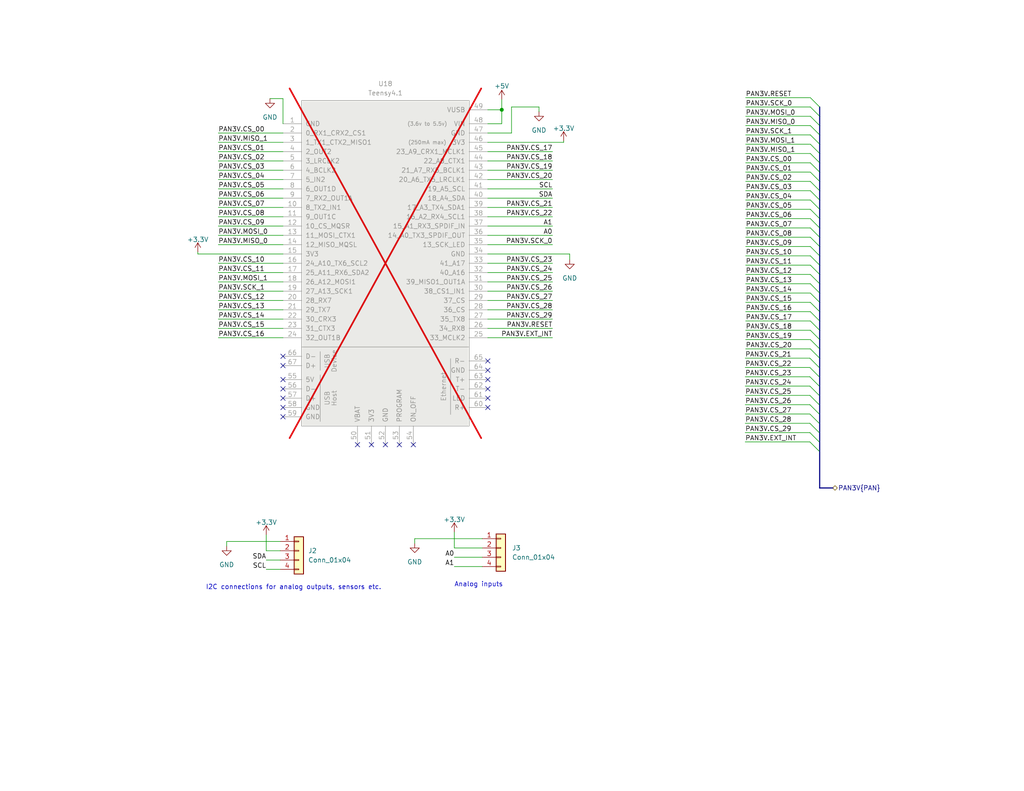
<source format=kicad_sch>
(kicad_sch (version 20250114) (generator "eeschema") (generator_version "9.0")
  (paper "USLetter")
  (title_block (title "12-12 Teensy G4.1 Arena Modular LED Display") (date "2024-12-23") (rev "v9.2") (company "IORodeo for Reiserlab @ Janelia"))
  (lib_symbols
    (symbol "Connector_Generic:Conn_01x04" (pin_names (offset 1.016) (hide yes))
      (property "Reference" "J" (at 0 5.08 0))
      (property "Value" "Conn_01x04" (at 0 -7.62 0))
      (symbol "Conn_01x04_1_1"
        (rectangle (start -1.27 3.81) (end 1.27 -6.35) (stroke (width 0.254)) (fill (type background)))
        (rectangle (start -1.27 2.667) (end 0 2.413) (stroke (width 0.1524)))
        (rectangle (start -1.27 0.127) (end 0 -0.127) (stroke (width 0.1524)))
        (rectangle (start -1.27 -2.413) (end 0 -2.667) (stroke (width 0.1524)))
        (rectangle (start -1.27 -4.953) (end 0 -5.207) (stroke (width 0.1524)))
        (pin passive line (at -5.08 2.54 0) (length 3.81) (name "Pin_1") (number "1"))
        (pin passive line (at -5.08 0 0) (length 3.81) (name "Pin_2") (number "2"))
        (pin passive line (at -5.08 -2.54 0) (length 3.81) (name "Pin_3") (number "3"))
        (pin passive line (at -5.08 -5.08 0) (length 3.81) (name "Pin_4") (number "4"))
      )
    )
    (symbol "arena_custom:Teensy4.1" (pin_names (offset 1.016))
      (property "Reference" "U" (at 0 64.77 0))
      (property "Value" "Teensy4.1" (at 0 62.23 0))
      (symbol "Teensy4.1_0_0"
        (polyline (pts (xy -22.86 -6.35) (xy 22.86 -6.35)))
        (polyline (pts (xy -17.78 -7.62) (xy -17.78 -12.7)))
        (polyline (pts (xy -17.78 -26.67) (xy -17.78 -13.97)))
        (polyline (pts (xy 17.78 -9.525) (xy 17.78 -24.765)))
        (text "USB" (at -15.875 -10.16 900) (effects (font (size 1.27 1.27))))
        (text "USB" (at -15.875 -20.32 900) (effects (font (size 1.27 1.27))))
        (text "Device" (at -13.97 -10.16 900) (effects (font (size 1.27 1.27))))
        (text "Host" (at -13.97 -20.32 900) (effects (font (size 1.27 1.27))))
        (text "(3.6v to 5.5v)" (at 11.43 54.61 0) (effects (font (size 1.016 1.016))))
        (text "(250mA max)" (at 11.43 49.53 0) (effects (font (size 1.016 1.016))))
        (text "Ethernet" (at 15.875 -17.145 900) (effects (font (size 1.27 1.27))))
        (pin bidirectional line (at -27.94 44.45 0) (length 5.08) (name "3_LRCLK2") (number "5"))
        (pin bidirectional line (at -27.94 41.91 0) (length 5.08) (name "4_BCLK2") (number "6"))
        (pin bidirectional line (at -27.94 39.37 0) (length 5.08) (name "5_IN2") (number "7"))
        (pin bidirectional line (at -27.94 36.83 0) (length 5.08) (name "6_OUT1D") (number "8"))
        (pin bidirectional line (at -27.94 34.29 0) (length 5.08) (name "7_RX2_OUT1A") (number "9"))
        (pin bidirectional line (at -27.94 31.75 0) (length 5.08) (name "8_TX2_IN1") (number "10"))
        (pin bidirectional line (at -27.94 29.21 0) (length 5.08) (name "9_OUT1C") (number "11"))
        (pin bidirectional line (at -27.94 26.67 0) (length 5.08) (name "10_CS_MQSR") (number "12"))
        (pin bidirectional line (at -27.94 24.13 0) (length 5.08) (name "11_MOSI_CTX1") (number "13"))
        (pin bidirectional line (at -27.94 21.59 0) (length 5.08) (name "12_MISO_MQSL") (number "14"))
        (pin power_in line (at -27.94 19.05 0) (length 5.08) (name "3V3") (number "15"))
        (pin bidirectional line (at -27.94 16.51 0) (length 5.08) (name "24_A10_TX6_SCL2") (number "16"))
        (pin bidirectional line (at -27.94 13.97 0) (length 5.08) (name "25_A11_RX6_SDA2") (number "17"))
        (pin bidirectional line (at -27.94 11.43 0) (length 5.08) (name "26_A12_MOSI1") (number "18"))
        (pin bidirectional line (at -27.94 8.89 0) (length 5.08) (name "27_A13_SCK1") (number "19"))
        (pin bidirectional line (at -27.94 6.35 0) (length 5.08) (name "28_RX7") (number "20"))
        (pin bidirectional line (at -27.94 3.81 0) (length 5.08) (name "29_TX7") (number "21"))
        (pin bidirectional line (at -27.94 1.27 0) (length 5.08) (name "30_CRX3") (number "22"))
        (pin bidirectional line (at -27.94 -1.27 0) (length 5.08) (name "31_CTX3") (number "23"))
        (pin bidirectional line (at -27.94 -3.81 0) (length 5.08) (name "32_OUT1B") (number "24"))
        (pin bidirectional line (at -27.94 -8.89 0) (length 5.08) (name "D-") (number "66"))
        (pin bidirectional line (at -27.94 -11.43 0) (length 5.08) (name "D+") (number "67"))
        (pin power_out line (at -27.94 -15.24 0) (length 5.08) (name "5V") (number "55"))
        (pin bidirectional line (at -27.94 -17.78 0) (length 5.08) (name "D-") (number "56"))
        (pin bidirectional line (at -27.94 -20.32 0) (length 5.08) (name "D+") (number "57"))
        (pin power_in line (at -27.94 -22.86 0) (length 5.08) (name "GND") (number "58"))
        (pin power_in line (at -27.94 -25.4 0) (length 5.08) (name "GND") (number "59"))
        (pin power_in line (at -7.62 -33.02 90) (length 5.08) (name "VBAT") (number "50"))
        (pin power_in line (at -3.81 -33.02 90) (length 5.08) (name "3V3") (number "51"))
        (pin input line (at 3.81 -33.02 90) (length 5.08) (name "PROGRAM") (number "53"))
        (pin input line (at 7.62 -33.02 90) (length 5.08) (name "ON_OFF") (number "54"))
        (pin power_out line (at 27.94 58.42 180) (length 5.08) (name "VUSB") (number "49"))
        (pin power_in line (at 27.94 54.61 180) (length 5.08) (name "VIN") (number "48"))
        (pin bidirectional line (at 27.94 46.99 180) (length 5.08) (name "23_A9_CRX1_MCLK1") (number "45"))
        (pin bidirectional line (at 27.94 44.45 180) (length 5.08) (name "22_A8_CTX1") (number "44"))
        (pin bidirectional line (at 27.94 41.91 180) (length 5.08) (name "21_A7_RX5_BCLK1") (number "43"))
        (pin bidirectional line (at 27.94 39.37 180) (length 5.08) (name "20_A6_TX5_LRCLK1") (number "42"))
        (pin bidirectional line (at 27.94 36.83 180) (length 5.08) (name "19_A5_SCL") (number "41"))
        (pin bidirectional line (at 27.94 34.29 180) (length 5.08) (name "18_A4_SDA") (number "40"))
        (pin bidirectional line (at 27.94 31.75 180) (length 5.08) (name "17_A3_TX4_SDA1") (number "39"))
        (pin bidirectional line (at 27.94 29.21 180) (length 5.08) (name "16_A2_RX4_SCL1") (number "38"))
        (pin bidirectional line (at 27.94 26.67 180) (length 5.08) (name "15_A1_RX3_SPDIF_IN") (number "37"))
        (pin bidirectional line (at 27.94 24.13 180) (length 5.08) (name "14_A0_TX3_SPDIF_OUT") (number "36"))
        (pin bidirectional line (at 27.94 21.59 180) (length 5.08) (name "13_SCK_LED") (number "35"))
        (pin bidirectional line (at 27.94 16.51 180) (length 5.08) (name "41_A17") (number "33"))
        (pin bidirectional line (at 27.94 13.97 180) (length 5.08) (name "40_A16") (number "32"))
        (pin bidirectional line (at 27.94 11.43 180) (length 5.08) (name "39_MISO1_OUT1A") (number "31"))
        (pin bidirectional line (at 27.94 8.89 180) (length 5.08) (name "38_CS1_IN1") (number "30"))
        (pin bidirectional line (at 27.94 6.35 180) (length 5.08) (name "37_CS") (number "29"))
        (pin bidirectional line (at 27.94 3.81 180) (length 5.08) (name "36_CS") (number "28"))
        (pin bidirectional line (at 27.94 1.27 180) (length 5.08) (name "35_TX8") (number "27"))
        (pin bidirectional line (at 27.94 -1.27 180) (length 5.08) (name "34_RX8") (number "26"))
        (pin bidirectional line (at 27.94 -3.81 180) (length 5.08) (name "33_MCLK2") (number "25"))
        (pin bidirectional line (at 27.94 -10.16 180) (length 5.08) (name "R-") (number "65"))
        (pin power_in line (at 27.94 -12.7 180) (length 5.08) (name "GND") (number "64"))
        (pin bidirectional line (at 27.94 -15.24 180) (length 5.08) (name "T+") (number "63"))
        (pin bidirectional line (at 27.94 -17.78 180) (length 5.08) (name "T-") (number "62"))
        (pin bidirectional line (at 27.94 -20.32 180) (length 5.08) (name "LED") (number "61"))
        (pin bidirectional line (at 27.94 -22.86 180) (length 5.08) (name "R+") (number "60"))
      )
      (symbol "Teensy4.1_0_1"
        (rectangle (start -20.32 -1.27) (end -20.32 -1.27))
      )
      (symbol "Teensy4.1_1_0"
        (pin power_in line (at 0 -33.02 90) (length 5.08) (name "GND") (number "52"))
        (pin power_in line (at 27.94 52.07 180) (length 5.08) (name "GND") (number "47"))
        (pin power_out line (at 27.94 49.53 180) (length 5.08) (name "3V3") (number "46"))
      )
      (symbol "Teensy4.1_1_1"
        (rectangle (start -22.86 60.96) (end 22.86 -27.94) (fill (type background)))
        (pin power_in line (at -27.94 54.61 0) (length 5.08) (name "GND") (number "1"))
        (pin bidirectional line (at -27.94 52.07 0) (length 5.08) (name "0_RX1_CRX2_CS1") (number "2"))
        (pin bidirectional line (at -27.94 49.53 0) (length 5.08) (name "1_TX1_CTX2_MISO1") (number "3"))
        (pin bidirectional line (at -27.94 46.99 0) (length 5.08) (name "2_OUT2") (number "4"))
        (pin power_in line (at 27.94 19.05 180) (length 5.08) (name "GND") (number "34"))
      )
    )
    (symbol "power:+3.3V" (power) (pin_names (offset 0))
      (property "Value" "+3.3V" (at 0 3.556 0))
      (symbol "+3.3V_0_1"
        (polyline (pts (xy -0.762 1.27) (xy 0 2.54)))
        (polyline (pts (xy 0 2.54) (xy 0.762 1.27)))
        (polyline (pts (xy 0 0) (xy 0 2.54)))
      )
      (symbol "+3.3V_1_1"
        (pin power_in line (at 0 0 90) (length 0) (hide yes) (name "+3.3V") (number "1"))
      )
    )
    (symbol "power:+5V" (power) (pin_names (offset 0))
      (property "Value" "+5V" (at 0 3.556 0))
      (symbol "+5V_0_1"
        (polyline (pts (xy -0.762 1.27) (xy 0 2.54)))
        (polyline (pts (xy 0 2.54) (xy 0.762 1.27)))
        (polyline (pts (xy 0 0) (xy 0 2.54)))
      )
      (symbol "+5V_1_1"
        (pin power_in line (at 0 0 90) (length 0) (hide yes) (name "+5V") (number "1"))
      )
    )
    (symbol "power:GND" (power) (pin_names (offset 0))
      (property "Value" "GND" (at 0 -3.81 0))
      (symbol "GND_0_1"
        (polyline (pts (xy 0 0) (xy 0 -1.27) (xy 1.27 -1.27) (xy 0 -2.54) (xy -1.27 -1.27) (xy 0 -1.27)))
      )
      (symbol "GND_1_1"
        (pin power_in line (at 0 0 270) (length 0) (hide yes) (name "GND") (number "1"))
      )
    )
  )
  (text "Analog inputs" (at 123.952 160.401 0) (effects (font (size 1.27 1.27)) (justify left bottom)))
  (text "I2C connections for analog outputs, sensors etc. " (at 56.134 161.163 0) (effects (font (size 1.27 1.27)) (justify left bottom)))
  (junction (at 136.906 29.972))
  (no_connect (at 133.096 108.712))
  (no_connect (at 112.776 121.412))
  (no_connect (at 77.216 97.282))
  (no_connect (at 77.216 99.822))
  (no_connect (at 133.096 106.172))
  (no_connect (at 77.216 108.712))
  (no_connect (at 77.216 111.252))
  (no_connect (at 108.966 121.412))
  (no_connect (at 133.096 101.092))
  (no_connect (at 133.096 111.252))
  (no_connect (at 101.346 121.412))
  (no_connect (at 77.216 106.172))
  (no_connect (at 105.156 121.412))
  (no_connect (at 97.536 121.412))
  (no_connect (at 133.096 98.552))
  (no_connect (at 77.216 103.632))
  (no_connect (at 133.096 103.632))
  (no_connect (at 77.216 113.792))
  (bus_entry (at 223.647 54.61) (size -2.54 -2.54))
  (bus_entry (at 223.647 44.45) (size -2.54 -2.54))
  (bus_entry (at 220.98 113.03) (size 2.54 2.54))
  (bus_entry (at 223.647 64.77) (size -2.54 -2.54))
  (bus_entry (at 220.98 118.11) (size 2.54 2.54))
  (bus_entry (at 223.647 59.69) (size -2.54 -2.54))
  (bus_entry (at 223.647 80.01) (size -2.54 -2.54))
  (bus_entry (at 223.647 31.75) (size -2.54 -2.54))
  (bus_entry (at 220.98 105.41) (size 2.54 2.54))
  (bus_entry (at 220.98 100.33) (size 2.54 2.54))
  (bus_entry (at 221.107 82.55) (size 2.54 2.54))
  (bus_entry (at 223.647 29.21) (size -2.54 -2.54))
  (bus_entry (at 220.98 97.79) (size 2.54 2.54))
  (bus_entry (at 223.647 52.07) (size -2.54 -2.54))
  (bus_entry (at 223.647 62.23) (size -2.54 -2.54))
  (bus_entry (at 223.647 82.55) (size -2.54 -2.54))
  (bus_entry (at 220.98 120.65) (size 2.54 2.54))
  (bus_entry (at 223.647 72.39) (size -2.54 -2.54))
  (bus_entry (at 223.647 77.47) (size -2.54 -2.54))
  (bus_entry (at 223.647 34.29) (size -2.54 -2.54))
  (bus_entry (at 223.647 41.91) (size -2.54 -2.54))
  (bus_entry (at 223.647 49.53) (size -2.54 -2.54))
  (bus_entry (at 221.107 92.71) (size 2.54 2.54))
  (bus_entry (at 223.647 67.31) (size -2.54 -2.54))
  (bus_entry (at 221.107 87.63) (size 2.54 2.54))
  (bus_entry (at 223.647 74.93) (size -2.54 -2.54))
  (bus_entry (at 220.98 110.49) (size 2.54 2.54))
  (bus_entry (at 220.98 115.57) (size 2.54 2.54))
  (bus_entry (at 223.647 39.37) (size -2.54 -2.54))
  (bus_entry (at 221.107 85.09) (size 2.54 2.54))
  (bus_entry (at 221.107 90.17) (size 2.54 2.54))
  (bus_entry (at 220.98 102.87) (size 2.54 2.54))
  (bus_entry (at 220.98 107.95) (size 2.54 2.54))
  (bus_entry (at 223.647 69.85) (size -2.54 -2.54))
  (bus_entry (at 223.647 57.15) (size -2.54 -2.54))
  (bus_entry (at 221.107 95.25) (size 2.54 2.54))
  (bus_entry (at 223.647 46.99) (size -2.54 -2.54))
  (bus_entry (at 223.647 36.83) (size -2.54 -2.54))
  (wire (pts (xy 53.975 69.342) (xy 53.975 68.834)))
  (wire (pts (xy 123.952 149.606) (xy 131.572 149.606)))
  (wire (pts (xy 59.563 46.482) (xy 77.216 46.482)))
  (bus (pts (xy 223.647 87.63) (xy 223.647 90.17)))
  (wire (pts (xy 139.573 29.21) (xy 147.066 29.21)))
  (wire (pts (xy 72.644 152.908) (xy 76.454 152.908)))
  (wire (pts (xy 150.749 51.562) (xy 133.096 51.562)))
  (wire (pts (xy 220.98 110.49) (xy 203.327 110.49)))
  (wire (pts (xy 59.563 66.802) (xy 77.216 66.802)))
  (wire (pts (xy 139.573 36.322) (xy 139.573 29.21)))
  (bus (pts (xy 223.647 49.53) (xy 223.647 52.07)))
  (wire (pts (xy 133.096 76.962) (xy 150.749 76.962)))
  (wire (pts (xy 221.107 62.23) (xy 203.454 62.23)))
  (wire (pts (xy 133.096 56.642) (xy 150.749 56.642)))
  (wire (pts (xy 113.157 147.066) (xy 113.157 148.336)))
  (wire (pts (xy 59.563 76.962) (xy 77.216 76.962)))
  (wire (pts (xy 59.563 92.202) (xy 77.216 92.202)))
  (wire (pts (xy 221.107 44.45) (xy 203.454 44.45)))
  (bus (pts (xy 223.647 69.85) (xy 223.647 72.39)))
  (bus (pts (xy 223.647 36.83) (xy 223.647 39.37)))
  (wire (pts (xy 61.849 147.828) (xy 76.454 147.828)))
  (wire (pts (xy 59.563 38.862) (xy 77.216 38.862)))
  (wire (pts (xy 133.096 29.972) (xy 136.906 29.972)))
  (wire (pts (xy 59.563 74.422) (xy 77.216 74.422)))
  (wire (pts (xy 133.096 49.022) (xy 150.749 49.022)))
  (wire (pts (xy 221.107 52.07) (xy 203.454 52.07)))
  (bus (pts (xy 223.647 64.77) (xy 223.647 67.31)))
  (wire (pts (xy 133.096 38.862) (xy 153.797 38.862)))
  (wire (pts (xy 72.644 146.05) (xy 72.644 150.368)))
  (wire (pts (xy 73.66 26.924) (xy 77.216 26.924)))
  (bus (pts (xy 223.647 72.39) (xy 223.647 74.93)))
  (wire (pts (xy 72.644 150.368) (xy 76.454 150.368)))
  (bus (pts (xy 223.647 97.79) (xy 223.647 133.223)))
  (wire (pts (xy 59.563 84.582) (xy 77.216 84.582)))
  (wire (pts (xy 221.107 64.77) (xy 203.454 64.77)))
  (wire (pts (xy 221.107 41.91) (xy 203.454 41.91)))
  (bus (pts (xy 223.647 54.61) (xy 223.647 57.15)))
  (wire (pts (xy 77.216 69.342) (xy 53.975 69.342)))
  (wire (pts (xy 72.644 155.448) (xy 76.454 155.448)))
  (wire (pts (xy 221.107 74.93) (xy 203.454 74.93)))
  (wire (pts (xy 221.107 57.15) (xy 203.454 57.15)))
  (bus (pts (xy 223.647 82.55) (xy 223.647 85.09)))
  (bus (pts (xy 223.647 29.21) (xy 223.647 31.75)))
  (bus (pts (xy 223.647 85.09) (xy 223.647 87.63)))
  (wire (pts (xy 77.216 26.924) (xy 77.216 33.782)))
  (bus (pts (xy 223.647 74.93) (xy 223.647 77.47)))
  (wire (pts (xy 221.107 69.85) (xy 203.454 69.85)))
  (wire (pts (xy 59.563 82.042) (xy 77.216 82.042)))
  (bus (pts (xy 223.647 95.25) (xy 223.647 97.79)))
  (wire (pts (xy 133.096 66.802) (xy 150.749 66.802)))
  (wire (pts (xy 133.096 46.482) (xy 150.749 46.482)))
  (wire (pts (xy 203.327 120.65) (xy 220.98 120.65)))
  (wire (pts (xy 203.327 118.11) (xy 220.98 118.11)))
  (bus (pts (xy 223.647 62.23) (xy 223.647 64.77)))
  (wire (pts (xy 203.327 113.03) (xy 220.98 113.03)))
  (wire (pts (xy 59.563 49.022) (xy 77.216 49.022)))
  (wire (pts (xy 59.563 56.642) (xy 77.216 56.642)))
  (wire (pts (xy 150.749 82.042) (xy 133.096 82.042)))
  (wire (pts (xy 123.952 145.288) (xy 123.952 149.606)))
  (wire (pts (xy 203.454 85.09) (xy 221.107 85.09)))
  (wire (pts (xy 59.563 87.122) (xy 77.216 87.122)))
  (wire (pts (xy 203.327 105.41) (xy 220.98 105.41)))
  (bus (pts (xy 223.647 41.91) (xy 223.647 44.45)))
  (wire (pts (xy 221.107 29.21) (xy 203.454 29.21)))
  (wire (pts (xy 59.563 79.502) (xy 77.216 79.502)))
  (wire (pts (xy 133.096 79.502) (xy 150.749 79.502)))
  (wire (pts (xy 59.563 41.402) (xy 77.216 41.402)))
  (wire (pts (xy 203.454 92.71) (xy 221.107 92.71)))
  (bus (pts (xy 223.647 80.01) (xy 223.647 82.55)))
  (wire (pts (xy 220.98 100.33) (xy 203.327 100.33)))
  (bus (pts (xy 223.647 44.45) (xy 223.647 46.99)))
  (wire (pts (xy 59.563 36.322) (xy 77.216 36.322)))
  (wire (pts (xy 221.107 67.31) (xy 203.454 67.31)))
  (wire (pts (xy 133.096 33.782) (xy 136.906 33.782)))
  (bus (pts (xy 223.647 31.75) (xy 223.647 34.29)))
  (wire (pts (xy 59.563 43.942) (xy 77.216 43.942)))
  (wire (pts (xy 59.563 89.662) (xy 77.216 89.662)))
  (bus (pts (xy 223.647 34.29) (xy 223.647 36.83)))
  (bus (pts (xy 223.647 59.69) (xy 223.647 62.23)))
  (wire (pts (xy 221.107 34.29) (xy 203.454 34.29)))
  (wire (pts (xy 123.952 154.686) (xy 131.572 154.686)))
  (wire (pts (xy 133.096 36.322) (xy 139.573 36.322)))
  (wire (pts (xy 59.563 71.882) (xy 77.216 71.882)))
  (bus (pts (xy 223.647 133.223) (xy 227.203 133.223)))
  (bus (pts (xy 223.647 67.31) (xy 223.647 69.85)))
  (wire (pts (xy 61.849 147.828) (xy 61.849 149.098)))
  (wire (pts (xy 203.327 97.79) (xy 220.98 97.79)))
  (wire (pts (xy 153.797 38.862) (xy 153.797 38.481)))
  (wire (pts (xy 59.563 54.102) (xy 77.216 54.102)))
  (wire (pts (xy 147.066 29.21) (xy 147.066 30.48)))
  (wire (pts (xy 203.454 90.17) (xy 221.107 90.17)))
  (wire (pts (xy 133.096 43.942) (xy 150.749 43.942)))
  (wire (pts (xy 133.096 64.262) (xy 150.749 64.262)))
  (wire (pts (xy 221.107 72.39) (xy 203.454 72.39)))
  (bus (pts (xy 223.647 46.99) (xy 223.647 49.53)))
  (wire (pts (xy 133.096 74.422) (xy 150.749 74.422)))
  (wire (pts (xy 203.327 107.95) (xy 220.98 107.95)))
  (wire (pts (xy 133.096 87.122) (xy 150.749 87.122)))
  (wire (pts (xy 136.906 27.178) (xy 136.906 29.972)))
  (wire (pts (xy 203.454 59.69) (xy 221.107 59.69)))
  (wire (pts (xy 221.107 26.67) (xy 203.454 26.67)))
  (wire (pts (xy 203.454 95.25) (xy 221.107 95.25)))
  (wire (pts (xy 133.096 84.582) (xy 150.749 84.582)))
  (wire (pts (xy 203.327 115.57) (xy 220.98 115.57)))
  (wire (pts (xy 221.107 82.55) (xy 203.454 82.55)))
  (bus (pts (xy 223.647 77.47) (xy 223.647 80.01)))
  (wire (pts (xy 150.749 71.882) (xy 133.096 71.882)))
  (wire (pts (xy 221.107 80.01) (xy 203.454 80.01)))
  (wire (pts (xy 221.107 77.47) (xy 203.454 77.47)))
  (wire (pts (xy 133.096 89.662) (xy 150.749 89.662)))
  (wire (pts (xy 221.107 31.75) (xy 203.454 31.75)))
  (bus (pts (xy 223.647 90.17) (xy 223.647 92.71)))
  (bus (pts (xy 223.647 39.37) (xy 223.647 41.91)))
  (bus (pts (xy 223.647 92.71) (xy 223.647 95.25)))
  (wire (pts (xy 203.454 87.63) (xy 221.107 87.63)))
  (wire (pts (xy 59.563 61.722) (xy 77.216 61.722)))
  (wire (pts (xy 133.096 54.102) (xy 150.749 54.102)))
  (wire (pts (xy 113.157 147.066) (xy 131.572 147.066)))
  (bus (pts (xy 223.647 52.07) (xy 223.647 54.61)))
  (wire (pts (xy 221.107 36.83) (xy 203.454 36.83)))
  (wire (pts (xy 133.096 59.182) (xy 150.749 59.182)))
  (wire (pts (xy 221.107 46.99) (xy 203.454 46.99)))
  (wire (pts (xy 150.749 41.402) (xy 133.096 41.402)))
  (wire (pts (xy 203.327 102.87) (xy 220.98 102.87)))
  (wire (pts (xy 221.107 39.37) (xy 203.454 39.37)))
  (wire (pts (xy 133.096 69.342) (xy 155.448 69.342)))
  (wire (pts (xy 221.107 49.53) (xy 203.454 49.53)))
  (wire (pts (xy 133.096 61.722) (xy 150.749 61.722)))
  (wire (pts (xy 155.448 69.342) (xy 155.448 70.866)))
  (wire (pts (xy 123.952 152.146) (xy 131.572 152.146)))
  (wire (pts (xy 59.563 59.182) (xy 77.216 59.182)))
  (wire (pts (xy 59.563 51.562) (xy 77.216 51.562)))
  (wire (pts (xy 221.107 54.61) (xy 203.454 54.61)))
  (wire (pts (xy 59.563 64.262) (xy 77.216 64.262)))
  (wire (pts (xy 133.096 92.202) (xy 150.749 92.202)))
  (wire (pts (xy 136.906 29.972) (xy 136.906 33.782)))
  (bus (pts (xy 223.647 57.15) (xy 223.647 59.69)))
  (label "PAN3V.MOSI_1" (at 59.563 76.962 0))
  (label "SDA" (at 72.644 152.908 180))
  (label "PAN3V.SCK_0" (at 150.749 66.802 180))
  (label "PAN3V.CS_17" (at 150.749 41.402 180))
  (label "PAN3V.CS_06" (at 203.454 59.69 0))
  (label "PAN3V.CS_28" (at 150.749 84.582 180))
  (label "PAN3V.CS_18" (at 150.749 43.942 180))
  (label "PAN3V.CS_02" (at 59.563 43.942 0))
  (label "A1" (at 123.952 154.686 180))
  (label "PAN3V.CS_10" (at 59.563 71.882 0))
  (label "PAN3V.MISO_0" (at 203.454 34.29 0))
  (label "PAN3V.CS_23" (at 203.327 102.87 0))
  (label "PAN3V.CS_05" (at 59.563 51.562 0))
  (label "PAN3V.CS_06" (at 59.563 54.102 0))
  (label "PAN3V.MOSI_1" (at 203.454 39.37 0))
  (label "PAN3V.CS_04" (at 203.454 54.61 0))
  (label "PAN3V.CS_03" (at 203.454 52.07 0))
  (label "PAN3V.CS_29" (at 150.749 87.122 180))
  (label "PAN3V.CS_07" (at 59.563 56.642 0))
  (label "PAN3V.SCK_1" (at 203.454 36.83 0))
  (label "PAN3V.CS_02" (at 203.454 49.53 0))
  (label "PAN3V.CS_24" (at 203.327 105.41 0))
  (label "PAN3V.MOSI_0" (at 59.563 64.262 0))
  (label "PAN3V.CS_12" (at 203.454 74.93 0))
  (label "PAN3V.CS_14" (at 203.454 80.01 0))
  (label "PAN3V.CS_00" (at 203.454 44.45 0))
  (label "PAN3V.CS_08" (at 59.563 59.182 0))
  (label "PAN3V.CS_16" (at 59.563 92.202 0))
  (label "PAN3V.CS_00" (at 59.563 36.322 0))
  (label "SDA" (at 150.749 54.102 180))
  (label "PAN3V.CS_11" (at 203.454 72.39 0))
  (label "PAN3V.CS_27" (at 203.327 113.03 0))
  (label "PAN3V.CS_22" (at 150.749 59.182 180))
  (label "PAN3V.CS_01" (at 59.563 41.402 0))
  (label "PAN3V.CS_03" (at 59.563 46.482 0))
  (label "PAN3V.CS_21" (at 203.327 97.79 0))
  (label "PAN3V.CS_19" (at 150.749 46.482 180))
  (label "PAN3V.CS_16" (at 203.454 85.09 0))
  (label "PAN3V.CS_12" (at 59.563 82.042 0))
  (label "PAN3V.CS_05" (at 203.454 57.15 0))
  (label "PAN3V.CS_27" (at 150.749 82.042 180))
  (label "PAN3V.EXT_INT" (at 203.327 120.65 0))
  (label "PAN3V.CS_26" (at 203.327 110.49 0))
  (label "PAN3V.SCK_1" (at 59.563 79.502 0))
  (label "PAN3V.CS_20" (at 150.749 49.022 180))
  (label "PAN3V.CS_24" (at 150.749 74.422 180))
  (label "PAN3V.CS_14" (at 59.563 87.122 0))
  (label "PAN3V.CS_13" (at 203.454 77.47 0))
  (label "PAN3V.CS_25" (at 150.749 76.962 180))
  (label "PAN3V.CS_28" (at 203.327 115.57 0))
  (label "PAN3V.CS_25" (at 203.327 107.95 0))
  (label "PAN3V.CS_10" (at 203.454 69.85 0))
  (label "PAN3V.CS_08" (at 203.454 64.77 0))
  (label "PAN3V.CS_29" (at 203.327 118.11 0))
  (label "SCL" (at 72.644 155.448 180))
  (label "PAN3V.CS_20" (at 203.454 95.25 0))
  (label "PAN3V.RESET" (at 150.749 89.662 180))
  (label "PAN3V.CS_09" (at 203.454 67.31 0))
  (label "PAN3V.CS_17" (at 203.454 87.63 0))
  (label "PAN3V.CS_04" (at 59.563 49.022 0))
  (label "PAN3V.CS_15" (at 59.563 89.662 0))
  (label "PAN3V.MISO_1" (at 203.454 41.91 0))
  (label "A0" (at 123.952 152.146 180))
  (label "PAN3V.CS_11" (at 59.563 74.422 0))
  (label "PAN3V.CS_21" (at 150.749 56.642 180))
  (label "PAN3V.CS_07" (at 203.454 62.23 0))
  (label "PAN3V.CS_26" (at 150.749 79.502 180))
  (label "A0" (at 150.749 64.262 180))
  (label "PAN3V.CS_18" (at 203.454 90.17 0))
  (label "PAN3V.CS_13" (at 59.563 84.582 0))
  (label "PAN3V.CS_01" (at 203.454 46.99 0))
  (label "A1" (at 150.749 61.722 180))
  (label "PAN3V.CS_23" (at 150.749 71.882 180))
  (label "PAN3V.MISO_0" (at 59.563 66.802 0))
  (label "PAN3V.CS_19" (at 203.454 92.71 0))
  (label "PAN3V.CS_22" (at 203.327 100.33 0))
  (label "PAN3V.EXT_INT" (at 150.749 92.202 180))
  (label "PAN3V.CS_15" (at 203.454 82.55 0))
  (label "PAN3V.MOSI_0" (at 203.454 31.75 0))
  (label "PAN3V.RESET" (at 203.454 26.67 0))
  (label "SCL" (at 150.749 51.562 180))
  (label "PAN3V.MISO_1" (at 59.563 38.862 0))
  (label "PAN3V.SCK_0" (at 203.454 29.21 0))
  (label "PAN3V.CS_09" (at 59.563 61.722 0))
  (hierarchical_label "PAN3V{PAN}" (shape bidirectional) (at 227.203 133.223 0))
  (symbol (lib_id "power:GND") (at 61.849 149.098 0) (mirror y) (unit 1)
    (property "Reference" "#PWR01" (effects (hide yes)))
    (property "Value" "GND" (at 61.849 154.178 0))
  )
  (symbol (lib_id "Connector_Generic:Conn_01x04") (at 136.652 149.606 0) (unit 1)
    (property "Reference" "J3" (at 139.7 149.606 0) (effects (justify left)))
    (property "Value" "Conn_01x04" (at 139.7 152.146 0) (effects (justify left)))
    (property "Footprint" "arena_custom:JST_SH_SM04B-SRSS-TB_1x04-1MP_P1.00mm_Horizontal" (effects (hide yes)))
    (property "Datasheet" "https://www.lcsc.com/datasheet/lcsc_datasheet_2304140030_BOOMELE-Boom-Precision-Elec-1-0T-4P_C145956.pdf" (effects (hide yes)))
    (property "LCSC PN" "C145956" (effects (hide yes)))
    (property "MPN" "1.0T-4P" (effects (hide yes)))
  )
  (symbol (lib_id "power:+3.3V") (at 72.644 146.05 0) (unit 1)
    (property "Reference" "#PWR019" (effects (hide yes)))
    (property "Value" "+3.3V" (at 72.644 142.621 0))
  )
  (symbol (lib_id "power:+5V") (at 136.906 27.178 0) (unit 1)
    (property "Reference" "#PWR074" (effects (hide yes)))
    (property "Value" "+5V" (at 136.906 23.495 0))
  )
  (symbol (lib_id "arena_custom:Teensy4.1") (at 105.156 88.392 0) (unit 1) (dnp yes)
    (property "Reference" "U18" (at 105.156 22.86 0))
    (property "Value" "Teensy4.1" (at 105.156 25.4 0))
    (property "Footprint" "teensy:Teensy41" (effects (hide yes)))
  )
  (symbol (lib_id "power:+3.3V") (at 123.952 145.288 0) (unit 1)
    (property "Reference" "#PWR020" (effects (hide yes)))
    (property "Value" "+3.3V" (at 123.952 141.859 0))
  )
  (symbol (lib_id "power:GND") (at 155.448 70.866 0) (mirror y) (unit 1)
    (property "Reference" "#PWR016" (effects (hide yes)))
    (property "Value" "GND" (at 155.448 75.946 0))
  )
  (symbol (lib_id "Connector_Generic:Conn_01x04") (at 81.534 150.368 0) (unit 1)
    (property "Reference" "J2" (at 84.074 150.368 0) (effects (justify left)))
    (property "Value" "Conn_01x04" (at 84.074 152.908 0) (effects (justify left)))
    (property "Footprint" "arena_custom:JST_SH_SM04B-SRSS-TB_1x04-1MP_P1.00mm_Horizontal" (effects (hide yes)))
    (property "Datasheet" "https://www.lcsc.com/datasheet/lcsc_datasheet_2304140030_BOOMELE-Boom-Precision-Elec-1-0T-4P_C145956.pdf" (effects (hide yes)))
    (property "LCSC PN" "C145956" (effects (hide yes)))
    (property "MPN" "1.0T-4P" (effects (hide yes)))
  )
  (symbol (lib_id "power:+3.3V") (at 153.797 38.481 0) (unit 1)
    (property "Reference" "#PWR075" (effects (hide yes)))
    (property "Value" "+3.3V" (at 153.797 35.052 0))
  )
  (symbol (lib_id "power:GND") (at 73.66 26.924 0) (unit 1)
    (property "Reference" "#PWR05" (effects (hide yes)))
    (property "Value" "GND" (at 73.66 32.004 0))
  )
  (symbol (lib_id "power:+3.3V") (at 53.975 68.834 0) (unit 1)
    (property "Reference" "#PWR073" (effects (hide yes)))
    (property "Value" "+3.3V" (at 53.975 65.405 0))
  )
  (symbol (lib_id "power:GND") (at 113.157 148.336 0) (mirror y) (unit 1)
    (property "Reference" "#PWR07" (effects (hide yes)))
    (property "Value" "GND" (at 113.157 153.416 0))
  )
  (symbol (lib_id "power:GND") (at 147.066 30.48 0) (mirror y) (unit 1)
    (property "Reference" "#PWR06" (effects (hide yes)))
    (property "Value" "GND" (at 147.066 35.56 0))
  )
)
</source>
